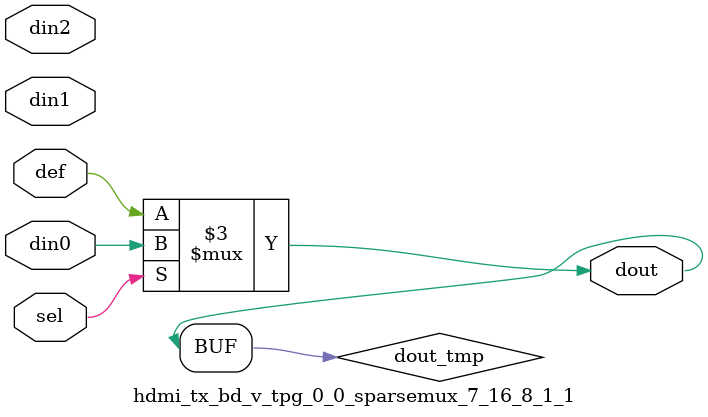
<source format=v>
`timescale 1ns / 1ps

(* DowngradeIPIdentifiedWarnings="yes" *) module hdmi_tx_bd_v_tpg_0_0_sparsemux_7_16_8_1_1 (din0,din1,din2,def,sel,dout);

parameter din0_WIDTH = 1;

parameter din1_WIDTH = 1;

parameter din2_WIDTH = 1;

parameter def_WIDTH = 1;
parameter sel_WIDTH = 1;
parameter dout_WIDTH = 1;

parameter [sel_WIDTH-1:0] CASE0 = 1;

parameter [sel_WIDTH-1:0] CASE1 = 1;

parameter [sel_WIDTH-1:0] CASE2 = 1;

parameter ID = 1;
parameter NUM_STAGE = 1;



input [din0_WIDTH-1:0] din0;

input [din1_WIDTH-1:0] din1;

input [din2_WIDTH-1:0] din2;

input [def_WIDTH-1:0] def;
input [sel_WIDTH-1:0] sel;

output [dout_WIDTH-1:0] dout;



reg [dout_WIDTH-1:0] dout_tmp;


always @ (*) begin
(* parallel_case *) case (sel)
    
    CASE0 : dout_tmp = din0;
    
    CASE1 : dout_tmp = din1;
    
    CASE2 : dout_tmp = din2;
    
    default : dout_tmp = def;
endcase
end


assign dout = dout_tmp;



endmodule

</source>
